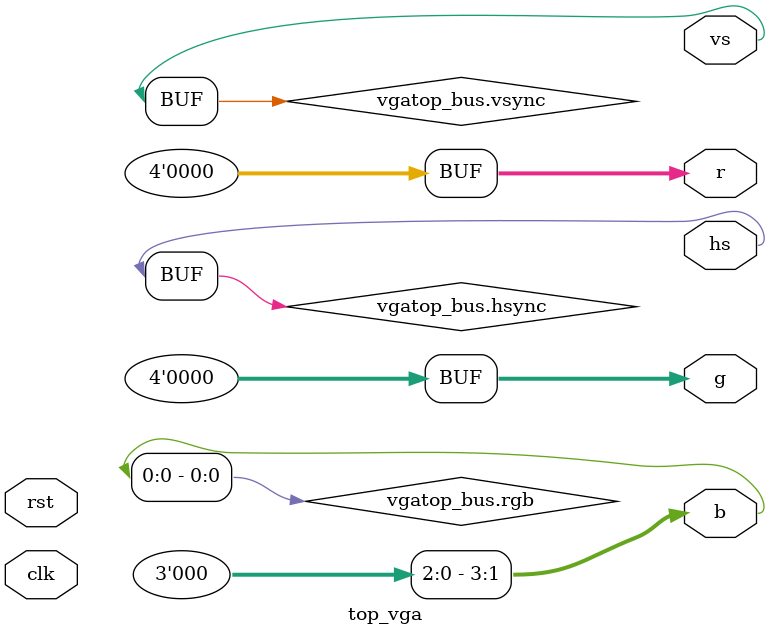
<source format=sv>
/**
 * San Jose State University
 * EE178 Lab #4
 * Author: prof. Eric Crabilla
 *
 * Modified by:
 * 2023  AGH University of Science and Technology
 * MTM UEC2
 * Piotr Kaczmarczyk, Jan Jurek
 *
 * Description:
 * The project top module.
 */

`timescale 1 ns / 1 ps

module top_vga (
    input  logic clk,
    input  logic rst,
    output logic vs,
    output logic hs,
    output logic [3:0] r,
    output logic [3:0] g,
    output logic [3:0] b
);

/**
 * Local variables and signals
 */


/**
 * Signals assignments
 */
vga_intf vgatop_bus();

assign vs = vgatop_bus.vsync;
assign hs = vgatop_bus.hsync;
assign {r,g,b} = vgatop_bus.rgb;


/**
 * Submodules instances
 */

 vga_intf vgat_bus();

vga_timing u_vga_timing (
    .clk,
    .rst,
     .vgat_out (vgat_bus)
);
vga_intf bg_bus();


draw_bg u_draw_bg (
    .clk,
    .rst,
     .bg_in (vgat_bus),
     .bg_out (vgatop_bus)
);




endmodule

</source>
